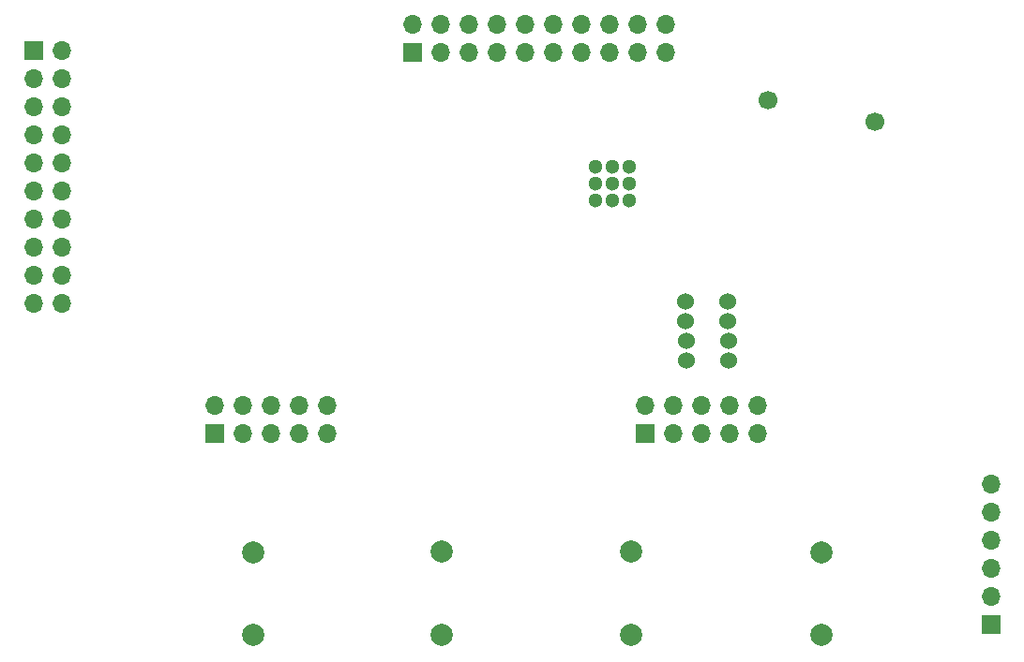
<source format=gbr>
%TF.GenerationSoftware,KiCad,Pcbnew,7.0.1*%
%TF.CreationDate,2024-06-21T04:11:25+03:00*%
%TF.ProjectId,_____ GDI,1f3b3042-3020-4474-9449-2e6b69636164,rev?*%
%TF.SameCoordinates,Original*%
%TF.FileFunction,Soldermask,Bot*%
%TF.FilePolarity,Negative*%
%FSLAX46Y46*%
G04 Gerber Fmt 4.6, Leading zero omitted, Abs format (unit mm)*
G04 Created by KiCad (PCBNEW 7.0.1) date 2024-06-21 04:11:25*
%MOMM*%
%LPD*%
G01*
G04 APERTURE LIST*
%ADD10C,1.700000*%
%ADD11C,1.524000*%
%ADD12R,1.700000X1.700000*%
%ADD13O,1.700000X1.700000*%
%ADD14C,1.300000*%
%ADD15C,2.000000*%
G04 APERTURE END LIST*
D10*
%TO.C,P2*%
X174800000Y-81600000D03*
%TD*%
D11*
%TO.C,R115*%
X157745001Y-99600000D03*
X161555001Y-99600000D03*
%TD*%
D12*
%TO.C,J5*%
X185300000Y-127080000D03*
D13*
X185300000Y-124540000D03*
X185300000Y-122000000D03*
X185300000Y-119460000D03*
X185300000Y-116920000D03*
X185300000Y-114380000D03*
%TD*%
D11*
%TO.C,R114*%
X157745001Y-97800000D03*
X161555001Y-97800000D03*
%TD*%
D10*
%TO.C,P1*%
X165200000Y-79600000D03*
%TD*%
D14*
%TO.C,U8*%
X149576000Y-88724000D03*
X151100000Y-88724000D03*
X152624000Y-88724000D03*
X149576000Y-87200000D03*
X151100000Y-87200000D03*
X152624000Y-87200000D03*
X149576000Y-85676000D03*
X151100000Y-85676000D03*
X152624000Y-85676000D03*
%TD*%
D11*
%TO.C,R113*%
X157795000Y-101400000D03*
X161605000Y-101400000D03*
%TD*%
%TO.C,R112*%
X157790000Y-103200000D03*
X161600000Y-103200000D03*
%TD*%
D15*
%TO.C,C97*%
X118700000Y-128000000D03*
X118700000Y-120500000D03*
%TD*%
%TO.C,C88*%
X170000000Y-120500000D03*
X170000000Y-128000000D03*
%TD*%
%TO.C,C81*%
X152800000Y-120450000D03*
X152800000Y-127950000D03*
%TD*%
D12*
%TO.C,J2*%
X133060000Y-75340000D03*
D13*
X133060000Y-72800000D03*
X135600000Y-75340000D03*
X135600000Y-72800000D03*
X138140000Y-75340000D03*
X138140000Y-72800000D03*
X140680000Y-75340000D03*
X140680000Y-72800000D03*
X143220000Y-75340000D03*
X143220000Y-72800000D03*
X145760000Y-75340000D03*
X145760000Y-72800000D03*
X148300000Y-75340000D03*
X148300000Y-72800000D03*
X150840000Y-75340000D03*
X150840000Y-72800000D03*
X153380000Y-75340000D03*
X153380000Y-72800000D03*
X155920000Y-75340000D03*
X155920000Y-72800000D03*
%TD*%
D12*
%TO.C,J6*%
X115240000Y-109800000D03*
D13*
X115240000Y-107260000D03*
X117780000Y-109800000D03*
X117780000Y-107260000D03*
X120320000Y-109800000D03*
X120320000Y-107260000D03*
X122860000Y-109800000D03*
X122860000Y-107260000D03*
X125400000Y-109800000D03*
X125400000Y-107260000D03*
%TD*%
D12*
%TO.C,J1*%
X98900000Y-75140000D03*
D13*
X101440000Y-75140000D03*
X98900000Y-77680000D03*
X101440000Y-77680000D03*
X98900000Y-80220000D03*
X101440000Y-80220000D03*
X98900000Y-82760000D03*
X101440000Y-82760000D03*
X98900000Y-85300000D03*
X101440000Y-85300000D03*
X98900000Y-87840000D03*
X101440000Y-87840000D03*
X98900000Y-90380000D03*
X101440000Y-90380000D03*
X98900000Y-92920000D03*
X101440000Y-92920000D03*
X98900000Y-95460000D03*
X101440000Y-95460000D03*
X98900000Y-98000000D03*
X101440000Y-98000000D03*
%TD*%
D12*
%TO.C,J7*%
X154100000Y-109800000D03*
D13*
X154100000Y-107260000D03*
X156640000Y-109800000D03*
X156640000Y-107260000D03*
X159180000Y-109800000D03*
X159180000Y-107260000D03*
X161720000Y-109800000D03*
X161720000Y-107260000D03*
X164260000Y-109800000D03*
X164260000Y-107260000D03*
%TD*%
D15*
%TO.C,C95*%
X135700000Y-127950000D03*
X135700000Y-120450000D03*
%TD*%
M02*

</source>
